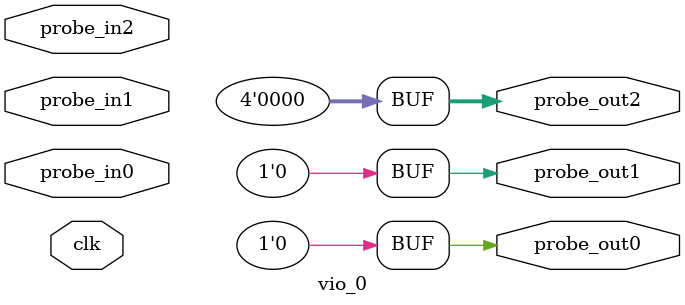
<source format=v>
`timescale 1ns / 1ps
module vio_0 (
clk,
probe_in0,probe_in1,probe_in2,
probe_out0,
probe_out1,
probe_out2
);

input clk;
input [7 : 0] probe_in0;
input [6 : 0] probe_in1;
input [0 : 0] probe_in2;

output reg [0 : 0] probe_out0 = 'h0 ;
output reg [0 : 0] probe_out1 = 'h0 ;
output reg [3 : 0] probe_out2 = 'h0 ;


endmodule

</source>
